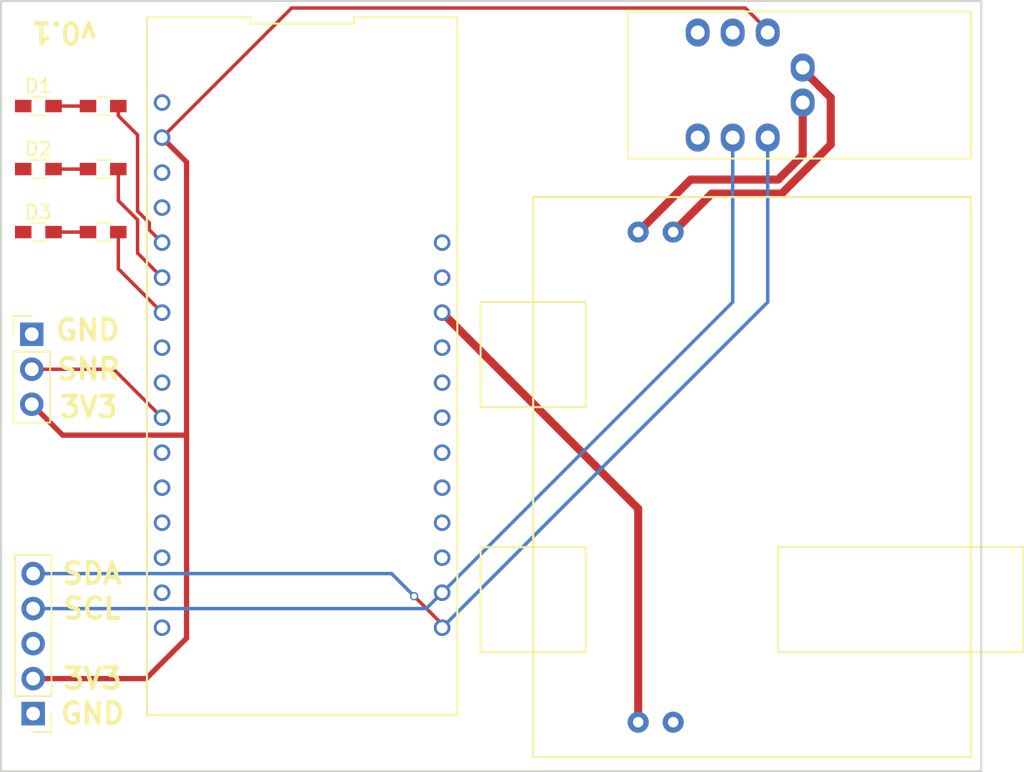
<source format=kicad_pcb>
(kicad_pcb (version 4) (host pcbnew 4.0.5)

  (general
    (links 24)
    (no_connects 12)
    (area 182.804999 71.044999 254.075001 127.075001)
    (thickness 1.6)
    (drawings 12)
    (tracks 53)
    (zones 0)
    (modules 11)
    (nets 15)
  )

  (page A4)
  (layers
    (0 F.Cu signal)
    (31 B.Cu signal)
    (32 B.Adhes user)
    (33 F.Adhes user)
    (34 B.Paste user)
    (35 F.Paste user)
    (36 B.SilkS user)
    (37 F.SilkS user)
    (38 B.Mask user)
    (39 F.Mask user)
    (40 Dwgs.User user)
    (41 Cmts.User user)
    (42 Eco1.User user)
    (43 Eco2.User user)
    (44 Edge.Cuts user)
    (45 Margin user)
    (46 B.CrtYd user)
    (47 F.CrtYd user)
    (48 B.Fab user)
    (49 F.Fab user)
  )

  (setup
    (last_trace_width 0.25)
    (user_trace_width 0.203)
    (user_trace_width 0.381)
    (user_trace_width 0.587)
    (trace_clearance 0.2)
    (zone_clearance 0.508)
    (zone_45_only no)
    (trace_min 0.2)
    (segment_width 0.2)
    (edge_width 0.15)
    (via_size 0.6)
    (via_drill 0.4)
    (via_min_size 0.4)
    (via_min_drill 0.3)
    (uvia_size 0.3)
    (uvia_drill 0.1)
    (uvias_allowed no)
    (uvia_min_size 0.2)
    (uvia_min_drill 0.1)
    (pcb_text_width 0.3)
    (pcb_text_size 1.5 1.5)
    (mod_edge_width 0.15)
    (mod_text_size 1 1)
    (mod_text_width 0.15)
    (pad_size 1.524 1.524)
    (pad_drill 0.762)
    (pad_to_mask_clearance 0.2)
    (aux_axis_origin 0 0)
    (visible_elements 7FFFFFFF)
    (pcbplotparams
      (layerselection 0x00030_80000001)
      (usegerberextensions false)
      (excludeedgelayer true)
      (linewidth 0.100000)
      (plotframeref false)
      (viasonmask false)
      (mode 1)
      (useauxorigin false)
      (hpglpennumber 1)
      (hpglpenspeed 20)
      (hpglpendiameter 15)
      (hpglpenoverlay 2)
      (psnegative false)
      (psa4output false)
      (plotreference true)
      (plotvalue true)
      (plotinvisibletext false)
      (padsonsilk false)
      (subtractmaskfromsilk false)
      (outputformat 1)
      (mirror false)
      (drillshape 0)
      (scaleselection 1)
      (outputdirectory ""))
  )

  (net 0 "")
  (net 1 GND)
  (net 2 +3V3)
  (net 3 /SCL)
  (net 4 /SDA)
  (net 5 "Net-(D1-Pad2)")
  (net 6 "Net-(D2-Pad2)")
  (net 7 "Net-(D3-Pad2)")
  (net 8 "Net-(R1-Pad1)")
  (net 9 "Net-(R2-Pad1)")
  (net 10 "Net-(R3-Pad1)")
  (net 11 /VLOAD)
  (net 12 /B+)
  (net 13 /B-)
  (net 14 /SONAR)

  (net_class Default "This is the default net class."
    (clearance 0.2)
    (trace_width 0.25)
    (via_dia 0.6)
    (via_drill 0.4)
    (uvia_dia 0.3)
    (uvia_drill 0.1)
    (add_net +3V3)
    (add_net /B+)
    (add_net /B-)
    (add_net /SCL)
    (add_net /SDA)
    (add_net /SONAR)
    (add_net /VLOAD)
    (add_net GND)
    (add_net "Net-(D1-Pad2)")
    (add_net "Net-(D2-Pad2)")
    (add_net "Net-(D3-Pad2)")
    (add_net "Net-(R1-Pad1)")
    (add_net "Net-(R2-Pad1)")
    (add_net "Net-(R3-Pad1)")
  )

  (module conservify:feather (layer F.Cu) (tedit 58C6AE27) (tstamp 58C69DAC)
    (at 204.724 97.536 270)
    (path /5887CF41)
    (fp_text reference U2 (at -24.57 0 360) (layer F.SilkS) hide
      (effects (font (size 1.2 1.2) (thickness 0.15)))
    )
    (fp_text value FEATHER (at 0 0 270) (layer F.Fab) hide
      (effects (font (size 1.2 1.2) (thickness 0.15)))
    )
    (fp_line (start -25.23 11.26) (end 25.4 11.26) (layer F.SilkS) (width 0.15))
    (fp_line (start 25.4 -11.26) (end -25.23 -11.26) (layer F.SilkS) (width 0.15))
    (fp_line (start 25.4 11.26) (end 25.4 -11.26) (layer F.SilkS) (width 0.15))
    (fp_line (start -25.23 -11.26) (end -25.23 -3.753333) (layer F.SilkS) (width 0.15))
    (fp_line (start -25.23 -3.753333) (end -24.78 -3.753333) (layer F.SilkS) (width 0.15))
    (fp_line (start -24.78 -3.753333) (end -24.78 3.753333) (layer F.SilkS) (width 0.15))
    (fp_line (start -24.78 3.753333) (end -25.23 3.753333) (layer F.SilkS) (width 0.15))
    (fp_line (start -25.23 3.753333) (end -25.23 11.26) (layer F.SilkS) (width 0.15))
    (pad 1 thru_hole circle (at -19.05 10.16 270) (size 1.2 1.2) (drill 0.8) (layers *.Cu *.Mask))
    (pad 2 thru_hole circle (at -16.51 10.16 270) (size 1.2 1.2) (drill 0.8) (layers *.Cu *.Mask)
      (net 2 +3V3))
    (pad 3 thru_hole circle (at -13.97 10.16 270) (size 1.2 1.2) (drill 0.8) (layers *.Cu *.Mask))
    (pad 4 thru_hole circle (at -11.43 10.16 270) (size 1.2 1.2) (drill 0.8) (layers *.Cu *.Mask)
      (net 1 GND))
    (pad 28 thru_hole circle (at -8.89 -10.16 270) (size 1.2 1.2) (drill 0.8) (layers *.Cu *.Mask))
    (pad 5 thru_hole circle (at -8.89 10.16 270) (size 1.2 1.2) (drill 0.8) (layers *.Cu *.Mask)
      (net 8 "Net-(R1-Pad1)"))
    (pad 27 thru_hole circle (at -6.35 -10.16 270) (size 1.2 1.2) (drill 0.8) (layers *.Cu *.Mask))
    (pad 6 thru_hole circle (at -6.35 10.16 270) (size 1.2 1.2) (drill 0.8) (layers *.Cu *.Mask)
      (net 9 "Net-(R2-Pad1)"))
    (pad 26 thru_hole circle (at -3.81 -10.16 270) (size 1.2 1.2) (drill 0.8) (layers *.Cu *.Mask)
      (net 11 /VLOAD))
    (pad 7 thru_hole circle (at -3.81 10.16 270) (size 1.2 1.2) (drill 0.8) (layers *.Cu *.Mask)
      (net 10 "Net-(R3-Pad1)"))
    (pad 25 thru_hole circle (at -1.27 -10.16 270) (size 1.2 1.2) (drill 0.8) (layers *.Cu *.Mask))
    (pad 8 thru_hole circle (at -1.27 10.16 270) (size 1.2 1.2) (drill 0.8) (layers *.Cu *.Mask))
    (pad 24 thru_hole circle (at 1.27 -10.16 270) (size 1.2 1.2) (drill 0.8) (layers *.Cu *.Mask))
    (pad 9 thru_hole circle (at 1.27 10.16 270) (size 1.2 1.2) (drill 0.8) (layers *.Cu *.Mask))
    (pad 23 thru_hole circle (at 3.81 -10.16 270) (size 1.2 1.2) (drill 0.8) (layers *.Cu *.Mask))
    (pad 10 thru_hole circle (at 3.81 10.16 270) (size 1.2 1.2) (drill 0.8) (layers *.Cu *.Mask)
      (net 14 /SONAR))
    (pad 22 thru_hole circle (at 6.35 -10.16 270) (size 1.2 1.2) (drill 0.8) (layers *.Cu *.Mask))
    (pad 11 thru_hole circle (at 6.35 10.16 270) (size 1.2 1.2) (drill 0.8) (layers *.Cu *.Mask))
    (pad 21 thru_hole circle (at 8.89 -10.16 270) (size 1.2 1.2) (drill 0.8) (layers *.Cu *.Mask))
    (pad 12 thru_hole circle (at 8.89 10.16 270) (size 1.2 1.2) (drill 0.8) (layers *.Cu *.Mask))
    (pad 20 thru_hole circle (at 11.43 -10.16 270) (size 1.2 1.2) (drill 0.8) (layers *.Cu *.Mask))
    (pad 13 thru_hole circle (at 11.43 10.16 270) (size 1.2 1.2) (drill 0.8) (layers *.Cu *.Mask))
    (pad 19 thru_hole circle (at 13.97 -10.16 270) (size 1.2 1.2) (drill 0.8) (layers *.Cu *.Mask))
    (pad 14 thru_hole circle (at 13.97 10.16 270) (size 1.2 1.2) (drill 0.8) (layers *.Cu *.Mask))
    (pad 18 thru_hole circle (at 16.51 -10.16 270) (size 1.2 1.2) (drill 0.8) (layers *.Cu *.Mask)
      (net 3 /SCL))
    (pad 15 thru_hole circle (at 16.51 10.16 270) (size 1.2 1.2) (drill 0.8) (layers *.Cu *.Mask))
    (pad 17 thru_hole circle (at 19.05 -10.16 270) (size 1.2 1.2) (drill 0.8) (layers *.Cu *.Mask)
      (net 4 /SDA))
    (pad 16 thru_hole circle (at 19.05 10.16 270) (size 1.2 1.2) (drill 0.8) (layers *.Cu *.Mask))
  )

  (module Resistors_SMD:R_0603_HandSoldering (layer F.Cu) (tedit 58C6AF07) (tstamp 58C6AB83)
    (at 185.58939 78.74)
    (descr "Resistor SMD 0603, hand soldering")
    (tags "resistor 0603")
    (path /58C6B2BA)
    (attr smd)
    (fp_text reference D1 (at 0 -1.45) (layer F.SilkS)
      (effects (font (size 1 1) (thickness 0.15)))
    )
    (fp_text value LED (at 0 1.55) (layer F.Fab) hide
      (effects (font (size 1 1) (thickness 0.15)))
    )
    (fp_text user %R (at 0 -1.45) (layer F.Fab) hide
      (effects (font (size 1 1) (thickness 0.15)))
    )
    (fp_line (start -0.8 0.4) (end -0.8 -0.4) (layer F.Fab) (width 0.1))
    (fp_line (start 0.8 0.4) (end -0.8 0.4) (layer F.Fab) (width 0.1))
    (fp_line (start 0.8 -0.4) (end 0.8 0.4) (layer F.Fab) (width 0.1))
    (fp_line (start -0.8 -0.4) (end 0.8 -0.4) (layer F.Fab) (width 0.1))
    (fp_line (start 0.5 0.68) (end -0.5 0.68) (layer F.SilkS) (width 0.12))
    (fp_line (start -0.5 -0.68) (end 0.5 -0.68) (layer F.SilkS) (width 0.12))
    (fp_line (start -1.96 -0.7) (end 1.95 -0.7) (layer F.CrtYd) (width 0.05))
    (fp_line (start -1.96 -0.7) (end -1.96 0.7) (layer F.CrtYd) (width 0.05))
    (fp_line (start 1.95 0.7) (end 1.95 -0.7) (layer F.CrtYd) (width 0.05))
    (fp_line (start 1.95 0.7) (end -1.96 0.7) (layer F.CrtYd) (width 0.05))
    (pad 1 smd rect (at -1.1 0) (size 1.2 0.9) (layers F.Cu F.Paste F.Mask)
      (net 1 GND))
    (pad 2 smd rect (at 1.1 0) (size 1.2 0.9) (layers F.Cu F.Paste F.Mask)
      (net 5 "Net-(D1-Pad2)"))
    (model Resistors_SMD.3dshapes/R_0603.wrl
      (at (xyz 0 0 0))
      (scale (xyz 1 1 1))
      (rotate (xyz 0 0 0))
    )
  )

  (module Resistors_SMD:R_0603_HandSoldering (layer F.Cu) (tedit 58C6AF03) (tstamp 58C6AB89)
    (at 185.58939 83.312)
    (descr "Resistor SMD 0603, hand soldering")
    (tags "resistor 0603")
    (path /58C6B35B)
    (attr smd)
    (fp_text reference D2 (at 0 -1.45) (layer F.SilkS)
      (effects (font (size 1 1) (thickness 0.15)))
    )
    (fp_text value LED (at 0 1.55) (layer F.Fab) hide
      (effects (font (size 1 1) (thickness 0.15)))
    )
    (fp_text user %R (at 0 -1.45) (layer F.Fab) hide
      (effects (font (size 1 1) (thickness 0.15)))
    )
    (fp_line (start -0.8 0.4) (end -0.8 -0.4) (layer F.Fab) (width 0.1))
    (fp_line (start 0.8 0.4) (end -0.8 0.4) (layer F.Fab) (width 0.1))
    (fp_line (start 0.8 -0.4) (end 0.8 0.4) (layer F.Fab) (width 0.1))
    (fp_line (start -0.8 -0.4) (end 0.8 -0.4) (layer F.Fab) (width 0.1))
    (fp_line (start 0.5 0.68) (end -0.5 0.68) (layer F.SilkS) (width 0.12))
    (fp_line (start -0.5 -0.68) (end 0.5 -0.68) (layer F.SilkS) (width 0.12))
    (fp_line (start -1.96 -0.7) (end 1.95 -0.7) (layer F.CrtYd) (width 0.05))
    (fp_line (start -1.96 -0.7) (end -1.96 0.7) (layer F.CrtYd) (width 0.05))
    (fp_line (start 1.95 0.7) (end 1.95 -0.7) (layer F.CrtYd) (width 0.05))
    (fp_line (start 1.95 0.7) (end -1.96 0.7) (layer F.CrtYd) (width 0.05))
    (pad 1 smd rect (at -1.1 0) (size 1.2 0.9) (layers F.Cu F.Paste F.Mask)
      (net 1 GND))
    (pad 2 smd rect (at 1.1 0) (size 1.2 0.9) (layers F.Cu F.Paste F.Mask)
      (net 6 "Net-(D2-Pad2)"))
    (model Resistors_SMD.3dshapes/R_0603.wrl
      (at (xyz 0 0 0))
      (scale (xyz 1 1 1))
      (rotate (xyz 0 0 0))
    )
  )

  (module Resistors_SMD:R_0603_HandSoldering (layer F.Cu) (tedit 58C6AEFE) (tstamp 58C6AB8F)
    (at 185.59 87.884)
    (descr "Resistor SMD 0603, hand soldering")
    (tags "resistor 0603")
    (path /58C6B3A5)
    (attr smd)
    (fp_text reference D3 (at 0 -1.45) (layer F.SilkS)
      (effects (font (size 1 1) (thickness 0.15)))
    )
    (fp_text value LED (at 0 1.55) (layer F.Fab) hide
      (effects (font (size 1 1) (thickness 0.15)))
    )
    (fp_text user %R (at 0 -1.45) (layer F.Fab) hide
      (effects (font (size 1 1) (thickness 0.15)))
    )
    (fp_line (start -0.8 0.4) (end -0.8 -0.4) (layer F.Fab) (width 0.1))
    (fp_line (start 0.8 0.4) (end -0.8 0.4) (layer F.Fab) (width 0.1))
    (fp_line (start 0.8 -0.4) (end 0.8 0.4) (layer F.Fab) (width 0.1))
    (fp_line (start -0.8 -0.4) (end 0.8 -0.4) (layer F.Fab) (width 0.1))
    (fp_line (start 0.5 0.68) (end -0.5 0.68) (layer F.SilkS) (width 0.12))
    (fp_line (start -0.5 -0.68) (end 0.5 -0.68) (layer F.SilkS) (width 0.12))
    (fp_line (start -1.96 -0.7) (end 1.95 -0.7) (layer F.CrtYd) (width 0.05))
    (fp_line (start -1.96 -0.7) (end -1.96 0.7) (layer F.CrtYd) (width 0.05))
    (fp_line (start 1.95 0.7) (end 1.95 -0.7) (layer F.CrtYd) (width 0.05))
    (fp_line (start 1.95 0.7) (end -1.96 0.7) (layer F.CrtYd) (width 0.05))
    (pad 1 smd rect (at -1.1 0) (size 1.2 0.9) (layers F.Cu F.Paste F.Mask)
      (net 1 GND))
    (pad 2 smd rect (at 1.1 0) (size 1.2 0.9) (layers F.Cu F.Paste F.Mask)
      (net 7 "Net-(D3-Pad2)"))
    (model Resistors_SMD.3dshapes/R_0603.wrl
      (at (xyz 0 0 0))
      (scale (xyz 1 1 1))
      (rotate (xyz 0 0 0))
    )
  )

  (module Resistors_SMD:R_0603_HandSoldering (layer F.Cu) (tedit 58C6AEF2) (tstamp 58C6AB95)
    (at 190.28939 78.74 180)
    (descr "Resistor SMD 0603, hand soldering")
    (tags "resistor 0603")
    (path /58C6B1BA)
    (attr smd)
    (fp_text reference R1 (at 0 -1.45 180) (layer F.SilkS) hide
      (effects (font (size 1 1) (thickness 0.15)))
    )
    (fp_text value R (at 0 1.55 180) (layer F.Fab)
      (effects (font (size 1 1) (thickness 0.15)))
    )
    (fp_text user %R (at 0 -1.45 180) (layer F.Fab) hide
      (effects (font (size 1 1) (thickness 0.15)))
    )
    (fp_line (start -0.8 0.4) (end -0.8 -0.4) (layer F.Fab) (width 0.1))
    (fp_line (start 0.8 0.4) (end -0.8 0.4) (layer F.Fab) (width 0.1))
    (fp_line (start 0.8 -0.4) (end 0.8 0.4) (layer F.Fab) (width 0.1))
    (fp_line (start -0.8 -0.4) (end 0.8 -0.4) (layer F.Fab) (width 0.1))
    (fp_line (start 0.5 0.68) (end -0.5 0.68) (layer F.SilkS) (width 0.12))
    (fp_line (start -0.5 -0.68) (end 0.5 -0.68) (layer F.SilkS) (width 0.12))
    (fp_line (start -1.96 -0.7) (end 1.95 -0.7) (layer F.CrtYd) (width 0.05))
    (fp_line (start -1.96 -0.7) (end -1.96 0.7) (layer F.CrtYd) (width 0.05))
    (fp_line (start 1.95 0.7) (end 1.95 -0.7) (layer F.CrtYd) (width 0.05))
    (fp_line (start 1.95 0.7) (end -1.96 0.7) (layer F.CrtYd) (width 0.05))
    (pad 1 smd rect (at -1.1 0 180) (size 1.2 0.9) (layers F.Cu F.Paste F.Mask)
      (net 8 "Net-(R1-Pad1)"))
    (pad 2 smd rect (at 1.1 0 180) (size 1.2 0.9) (layers F.Cu F.Paste F.Mask)
      (net 5 "Net-(D1-Pad2)"))
    (model Resistors_SMD.3dshapes/R_0603.wrl
      (at (xyz 0 0 0))
      (scale (xyz 1 1 1))
      (rotate (xyz 0 0 0))
    )
  )

  (module Resistors_SMD:R_0603_HandSoldering (layer F.Cu) (tedit 58C6AE62) (tstamp 58C6AB9B)
    (at 190.28939 83.312 180)
    (descr "Resistor SMD 0603, hand soldering")
    (tags "resistor 0603")
    (path /58C6B243)
    (attr smd)
    (fp_text reference R2 (at 0 -1.45 180) (layer F.SilkS) hide
      (effects (font (size 1 1) (thickness 0.15)))
    )
    (fp_text value R (at 0 1.55 180) (layer F.Fab)
      (effects (font (size 1 1) (thickness 0.15)))
    )
    (fp_text user %R (at 0 -1.45 180) (layer F.Fab) hide
      (effects (font (size 1 1) (thickness 0.15)))
    )
    (fp_line (start -0.8 0.4) (end -0.8 -0.4) (layer F.Fab) (width 0.1))
    (fp_line (start 0.8 0.4) (end -0.8 0.4) (layer F.Fab) (width 0.1))
    (fp_line (start 0.8 -0.4) (end 0.8 0.4) (layer F.Fab) (width 0.1))
    (fp_line (start -0.8 -0.4) (end 0.8 -0.4) (layer F.Fab) (width 0.1))
    (fp_line (start 0.5 0.68) (end -0.5 0.68) (layer F.SilkS) (width 0.12))
    (fp_line (start -0.5 -0.68) (end 0.5 -0.68) (layer F.SilkS) (width 0.12))
    (fp_line (start -1.96 -0.7) (end 1.95 -0.7) (layer F.CrtYd) (width 0.05))
    (fp_line (start -1.96 -0.7) (end -1.96 0.7) (layer F.CrtYd) (width 0.05))
    (fp_line (start 1.95 0.7) (end 1.95 -0.7) (layer F.CrtYd) (width 0.05))
    (fp_line (start 1.95 0.7) (end -1.96 0.7) (layer F.CrtYd) (width 0.05))
    (pad 1 smd rect (at -1.1 0 180) (size 1.2 0.9) (layers F.Cu F.Paste F.Mask)
      (net 9 "Net-(R2-Pad1)"))
    (pad 2 smd rect (at 1.1 0 180) (size 1.2 0.9) (layers F.Cu F.Paste F.Mask)
      (net 6 "Net-(D2-Pad2)"))
    (model Resistors_SMD.3dshapes/R_0603.wrl
      (at (xyz 0 0 0))
      (scale (xyz 1 1 1))
      (rotate (xyz 0 0 0))
    )
  )

  (module Resistors_SMD:R_0603_HandSoldering (layer F.Cu) (tedit 58C6AEF6) (tstamp 58C6ABA1)
    (at 190.289 87.884 180)
    (descr "Resistor SMD 0603, hand soldering")
    (tags "resistor 0603")
    (path /58C6B284)
    (attr smd)
    (fp_text reference R3 (at 0 -1.45 180) (layer F.SilkS) hide
      (effects (font (size 1 1) (thickness 0.15)))
    )
    (fp_text value R (at 0 1.55 180) (layer F.Fab) hide
      (effects (font (size 1 1) (thickness 0.15)))
    )
    (fp_text user %R (at 0 -1.45 180) (layer F.Fab) hide
      (effects (font (size 1 1) (thickness 0.15)))
    )
    (fp_line (start -0.8 0.4) (end -0.8 -0.4) (layer F.Fab) (width 0.1))
    (fp_line (start 0.8 0.4) (end -0.8 0.4) (layer F.Fab) (width 0.1))
    (fp_line (start 0.8 -0.4) (end 0.8 0.4) (layer F.Fab) (width 0.1))
    (fp_line (start -0.8 -0.4) (end 0.8 -0.4) (layer F.Fab) (width 0.1))
    (fp_line (start 0.5 0.68) (end -0.5 0.68) (layer F.SilkS) (width 0.12))
    (fp_line (start -0.5 -0.68) (end 0.5 -0.68) (layer F.SilkS) (width 0.12))
    (fp_line (start -1.96 -0.7) (end 1.95 -0.7) (layer F.CrtYd) (width 0.05))
    (fp_line (start -1.96 -0.7) (end -1.96 0.7) (layer F.CrtYd) (width 0.05))
    (fp_line (start 1.95 0.7) (end 1.95 -0.7) (layer F.CrtYd) (width 0.05))
    (fp_line (start 1.95 0.7) (end -1.96 0.7) (layer F.CrtYd) (width 0.05))
    (pad 1 smd rect (at -1.1 0 180) (size 1.2 0.9) (layers F.Cu F.Paste F.Mask)
      (net 10 "Net-(R3-Pad1)"))
    (pad 2 smd rect (at 1.1 0 180) (size 1.2 0.9) (layers F.Cu F.Paste F.Mask)
      (net 7 "Net-(D3-Pad2)"))
    (model Resistors_SMD.3dshapes/R_0603.wrl
      (at (xyz 0 0 0))
      (scale (xyz 1 1 1))
      (rotate (xyz 0 0 0))
    )
  )

  (module conservify:adafruit-solar-charger (layer F.Cu) (tedit 58D97C05) (tstamp 58D406F1)
    (at 239.268 105.664)
    (path /58D404A5)
    (fp_text reference U8 (at 0 -7.12) (layer F.SilkS) hide
      (effects (font (size 1 1) (thickness 0.15)))
    )
    (fp_text value adafruit-solar-charger (at 0 -0.5) (layer F.Fab)
      (effects (font (size 1 1) (thickness 0.15)))
    )
    (fp_line (start -21.59 -12.7) (end -13.97 -12.7) (layer F.SilkS) (width 0.15))
    (fp_line (start -21.59 -5.08) (end -21.59 -12.7) (layer F.SilkS) (width 0.15))
    (fp_line (start -13.97 -5.08) (end -21.59 -5.08) (layer F.SilkS) (width 0.15))
    (fp_line (start -13.97 -12.7) (end -13.97 -5.08) (layer F.SilkS) (width 0.15))
    (fp_line (start -13.97 5.08) (end -13.97 12.7) (layer F.SilkS) (width 0.15))
    (fp_line (start -21.59 5.08) (end -13.97 5.08) (layer F.SilkS) (width 0.15))
    (fp_line (start -21.59 12.7) (end -21.59 5.08) (layer F.SilkS) (width 0.15))
    (fp_line (start -13.97 12.7) (end -21.59 12.7) (layer F.SilkS) (width 0.15))
    (fp_line (start 0 5.08) (end 0 12.7) (layer F.SilkS) (width 0.15))
    (fp_line (start 17.78 5.08) (end 0 5.08) (layer F.SilkS) (width 0.15))
    (fp_line (start 17.78 12.7) (end 17.78 5.08) (layer F.SilkS) (width 0.15))
    (fp_line (start 0 12.7) (end 17.78 12.7) (layer F.SilkS) (width 0.15))
    (fp_line (start -17.78 20.32) (end -17.78 -20.32) (layer F.SilkS) (width 0.15))
    (fp_line (start 13.97 20.32) (end -17.78 20.32) (layer F.SilkS) (width 0.15))
    (fp_line (start 13.97 -20.32) (end 13.97 20.32) (layer F.SilkS) (width 0.15))
    (fp_line (start -17.78 -20.32) (end 13.97 -20.32) (layer F.SilkS) (width 0.15))
    (pad 1 thru_hole circle (at -10.16 -17.78) (size 1.524 1.524) (drill 0.762) (layers *.Cu *.Mask)
      (net 12 /B+))
    (pad 2 thru_hole circle (at -7.62 -17.78) (size 1.524 1.524) (drill 0.762) (layers *.Cu *.Mask)
      (net 13 /B-))
    (pad 3 thru_hole circle (at -7.62 17.78) (size 1.524 1.524) (drill 0.762) (layers *.Cu *.Mask)
      (net 1 GND))
    (pad 4 thru_hole circle (at -10.16 17.78) (size 1.524 1.524) (drill 0.762) (layers *.Cu *.Mask)
      (net 11 /VLOAD))
  )

  (module Socket_Strips:Socket_Strip_Straight_1x05_Pitch2.54mm (layer F.Cu) (tedit 58D4217D) (tstamp 58D41874)
    (at 185.209906 122.82104 180)
    (descr "Through hole straight socket strip, 1x05, 2.54mm pitch, single row")
    (tags "Through hole socket strip THT 1x05 2.54mm single row")
    (path /58C6A512)
    (fp_text reference P1 (at 0 -2.33 180) (layer F.SilkS) hide
      (effects (font (size 1 1) (thickness 0.15)))
    )
    (fp_text value CONN_01X05 (at -0.972094 4.20304 270) (layer F.Fab) hide
      (effects (font (size 1 1) (thickness 0.15)))
    )
    (fp_line (start -1.27 -1.27) (end -1.27 11.43) (layer F.Fab) (width 0.1))
    (fp_line (start -1.27 11.43) (end 1.27 11.43) (layer F.Fab) (width 0.1))
    (fp_line (start 1.27 11.43) (end 1.27 -1.27) (layer F.Fab) (width 0.1))
    (fp_line (start 1.27 -1.27) (end -1.27 -1.27) (layer F.Fab) (width 0.1))
    (fp_line (start -1.33 1.27) (end -1.33 11.49) (layer F.SilkS) (width 0.12))
    (fp_line (start -1.33 11.49) (end 1.33 11.49) (layer F.SilkS) (width 0.12))
    (fp_line (start 1.33 11.49) (end 1.33 1.27) (layer F.SilkS) (width 0.12))
    (fp_line (start 1.33 1.27) (end -1.33 1.27) (layer F.SilkS) (width 0.12))
    (fp_line (start -1.33 0) (end -1.33 -1.33) (layer F.SilkS) (width 0.12))
    (fp_line (start -1.33 -1.33) (end 0 -1.33) (layer F.SilkS) (width 0.12))
    (fp_line (start -1.8 -1.8) (end -1.8 11.95) (layer F.CrtYd) (width 0.05))
    (fp_line (start -1.8 11.95) (end 1.8 11.95) (layer F.CrtYd) (width 0.05))
    (fp_line (start 1.8 11.95) (end 1.8 -1.8) (layer F.CrtYd) (width 0.05))
    (fp_line (start 1.8 -1.8) (end -1.8 -1.8) (layer F.CrtYd) (width 0.05))
    (fp_text user %R (at 0 -2.33 180) (layer F.Fab)
      (effects (font (size 1 1) (thickness 0.15)))
    )
    (pad 1 thru_hole rect (at 0 0 180) (size 1.7 1.7) (drill 1) (layers *.Cu *.Mask)
      (net 1 GND))
    (pad 2 thru_hole oval (at 0 2.54 180) (size 1.7 1.7) (drill 1) (layers *.Cu *.Mask)
      (net 2 +3V3))
    (pad 3 thru_hole oval (at 0 5.08 180) (size 1.7 1.7) (drill 1) (layers *.Cu *.Mask))
    (pad 4 thru_hole oval (at 0 7.62 180) (size 1.7 1.7) (drill 1) (layers *.Cu *.Mask)
      (net 3 /SCL))
    (pad 5 thru_hole oval (at 0 10.16 180) (size 1.7 1.7) (drill 1) (layers *.Cu *.Mask)
      (net 4 /SDA))
    (model ${KISYS3DMOD}/Socket_Strips.3dshapes/Socket_Strip_Straight_1x05_Pitch2.54mm.wrl
      (at (xyz 0 -0.2 0))
      (scale (xyz 1 1 1))
      (rotate (xyz 0 0 270))
    )
  )

  (module Socket_Strips:Socket_Strip_Straight_1x03_Pitch2.54mm (layer F.Cu) (tedit 58D42180) (tstamp 58D41884)
    (at 185.109818 95.294706)
    (descr "Through hole straight socket strip, 1x03, 2.54mm pitch, single row")
    (tags "Through hole socket strip THT 1x03 2.54mm single row")
    (path /58C937E5)
    (fp_text reference P7 (at 0 -2.33) (layer F.SilkS) hide
      (effects (font (size 1 1) (thickness 0.15)))
    )
    (fp_text value CONN_01X03 (at 1.326182 2.495294 90) (layer F.Fab) hide
      (effects (font (size 1 1) (thickness 0.15)))
    )
    (fp_line (start -1.27 -1.27) (end -1.27 6.35) (layer F.Fab) (width 0.1))
    (fp_line (start -1.27 6.35) (end 1.27 6.35) (layer F.Fab) (width 0.1))
    (fp_line (start 1.27 6.35) (end 1.27 -1.27) (layer F.Fab) (width 0.1))
    (fp_line (start 1.27 -1.27) (end -1.27 -1.27) (layer F.Fab) (width 0.1))
    (fp_line (start -1.33 1.27) (end -1.33 6.41) (layer F.SilkS) (width 0.12))
    (fp_line (start -1.33 6.41) (end 1.33 6.41) (layer F.SilkS) (width 0.12))
    (fp_line (start 1.33 6.41) (end 1.33 1.27) (layer F.SilkS) (width 0.12))
    (fp_line (start 1.33 1.27) (end -1.33 1.27) (layer F.SilkS) (width 0.12))
    (fp_line (start -1.33 0) (end -1.33 -1.33) (layer F.SilkS) (width 0.12))
    (fp_line (start -1.33 -1.33) (end 0 -1.33) (layer F.SilkS) (width 0.12))
    (fp_line (start -1.8 -1.8) (end -1.8 6.85) (layer F.CrtYd) (width 0.05))
    (fp_line (start -1.8 6.85) (end 1.8 6.85) (layer F.CrtYd) (width 0.05))
    (fp_line (start 1.8 6.85) (end 1.8 -1.8) (layer F.CrtYd) (width 0.05))
    (fp_line (start 1.8 -1.8) (end -1.8 -1.8) (layer F.CrtYd) (width 0.05))
    (fp_text user %R (at 0 -2.33) (layer F.Fab)
      (effects (font (size 1 1) (thickness 0.15)))
    )
    (pad 1 thru_hole rect (at 0 0) (size 1.7 1.7) (drill 1) (layers *.Cu *.Mask)
      (net 1 GND))
    (pad 2 thru_hole oval (at 0 2.54) (size 1.7 1.7) (drill 1) (layers *.Cu *.Mask)
      (net 14 /SONAR))
    (pad 3 thru_hole oval (at 0 5.08) (size 1.7 1.7) (drill 1) (layers *.Cu *.Mask)
      (net 2 +3V3))
    (model ${KISYS3DMOD}/Socket_Strips.3dshapes/Socket_Strip_Straight_1x03_Pitch2.54mm.wrl
      (at (xyz 0 -0.1 0))
      (scale (xyz 1 1 1))
      (rotate (xyz 0 0 270))
    )
  )

  (module conservify:fuelgauge (layer F.Cu) (tedit 58D97C02) (tstamp 58D41A20)
    (at 241.046 81.026 180)
    (descr "Through hole socket strip")
    (tags "socket strip")
    (path /58D40566)
    (fp_text reference U9 (at 4.572 2.286 180) (layer F.SilkS) hide
      (effects (font (size 1 1) (thickness 0.15)))
    )
    (fp_text value FUELGUAGE (at -6.096 3.556 180) (layer F.Fab)
      (effects (font (size 1 1) (thickness 0.15)))
    )
    (fp_line (start -12.192 9.144) (end -12.192 -1.524) (layer F.SilkS) (width 0.15))
    (fp_line (start 12.7 9.144) (end -12.192 9.144) (layer F.SilkS) (width 0.15))
    (fp_line (start 12.7 -1.524) (end 12.7 9.144) (layer F.SilkS) (width 0.15))
    (fp_line (start -12.192 -1.524) (end 12.7 -1.524) (layer F.SilkS) (width 0.15))
    (fp_line (start -12.418 -1.75) (end -12.446 9.398) (layer F.CrtYd) (width 0.05))
    (fp_line (start 12.954 -1.778) (end 12.952 9.37) (layer F.CrtYd) (width 0.05))
    (fp_line (start -12.446 -1.778) (end 12.954 -1.778) (layer F.CrtYd) (width 0.05))
    (fp_line (start -12.446 9.398) (end 12.954 9.398) (layer F.CrtYd) (width 0.05))
    (pad 8 thru_hole oval (at 2.54 0 180) (size 1.7272 2.032) (drill 1.016) (layers *.Cu *.Mask)
      (net 4 /SDA))
    (pad 7 thru_hole oval (at 5.08 0 180) (size 1.7272 2.032) (drill 1.016) (layers *.Cu *.Mask)
      (net 3 /SCL))
    (pad 6 thru_hole oval (at 7.62 0 180) (size 1.7272 2.032) (drill 1.016) (layers *.Cu *.Mask))
    (pad 1 thru_hole oval (at 0 2.54 180) (size 1.7272 2.032) (drill 1.016) (layers *.Cu *.Mask)
      (net 12 /B+))
    (pad 2 thru_hole oval (at 0 5.08 180) (size 1.7272 2.032) (drill 1.016) (layers *.Cu *.Mask)
      (net 13 /B-))
    (pad 3 thru_hole oval (at 2.54 7.62 180) (size 1.7272 2.032) (drill 1.016) (layers *.Cu *.Mask)
      (net 2 +3V3))
    (pad 4 thru_hole oval (at 5.08 7.62 180) (size 1.7272 2.032) (drill 1.016) (layers *.Cu *.Mask)
      (net 1 GND))
    (pad 5 thru_hole oval (at 7.62 7.62 180) (size 1.7272 2.032) (drill 1.016) (layers *.Cu *.Mask))
  )

  (gr_text "SNR\n" (at 189.23 97.834706 360) (layer F.SilkS) (tstamp 58D4221E)
    (effects (font (size 1.5 1.5) (thickness 0.3)))
  )
  (gr_text 3V3 (at 189.23 100.584 360) (layer F.SilkS) (tstamp 58D42219)
    (effects (font (size 1.5 1.5) (thickness 0.3)))
  )
  (gr_text SDA (at 189.484 112.66104 360) (layer F.SilkS) (tstamp 58D421FD)
    (effects (font (size 1.5 1.5) (thickness 0.3)))
  )
  (gr_text SCL (at 189.484 115.20104 360) (layer F.SilkS) (tstamp 58D421F7)
    (effects (font (size 1.5 1.5) (thickness 0.3)))
  )
  (gr_text 3V3 (at 189.527906 120.28104 360) (layer F.SilkS) (tstamp 58D421F3)
    (effects (font (size 1.5 1.5) (thickness 0.3)))
  )
  (gr_text GND (at 189.173818 94.996 360) (layer F.SilkS) (tstamp 58D421B6)
    (effects (font (size 1.5 1.5) (thickness 0.3)))
  )
  (gr_text GND (at 189.527906 122.82104 360) (layer F.SilkS)
    (effects (font (size 1.5 1.5) (thickness 0.3)))
  )
  (gr_line (start 182.88 127) (end 182.88 71.12) (layer Edge.Cuts) (width 0.15))
  (gr_line (start 254 127) (end 182.88 127) (layer Edge.Cuts) (width 0.15))
  (gr_line (start 254 71.12) (end 254 127) (layer Edge.Cuts) (width 0.15))
  (gr_line (start 182.88 71.12) (end 254 71.12) (layer Edge.Cuts) (width 0.15))
  (gr_text v0.1 (at 187.452 73.406 180) (layer F.SilkS)
    (effects (font (size 1.5 1.5) (thickness 0.3)))
  )

  (segment (start 236.8804 71.628) (end 203.962 71.628) (width 0.25) (layer F.Cu) (net 2))
  (segment (start 203.962 71.628) (end 194.564 81.026) (width 0.25) (layer F.Cu) (net 2))
  (segment (start 238.506 73.406) (end 238.506 73.2536) (width 0.25) (layer F.Cu) (net 2))
  (segment (start 238.506 73.2536) (end 236.8804 71.628) (width 0.25) (layer F.Cu) (net 2))
  (segment (start 196.342 102.616) (end 196.342 117.348) (width 0.381) (layer F.Cu) (net 2))
  (segment (start 196.342 82.804) (end 196.342 102.616) (width 0.381) (layer F.Cu) (net 2))
  (segment (start 196.342 102.616) (end 187.351112 102.616) (width 0.381) (layer F.Cu) (net 2))
  (segment (start 187.351112 102.616) (end 185.109818 100.374706) (width 0.381) (layer F.Cu) (net 2))
  (segment (start 196.342 117.348) (end 193.40896 120.28104) (width 0.381) (layer F.Cu) (net 2))
  (segment (start 193.40896 120.28104) (end 185.209906 120.28104) (width 0.381) (layer F.Cu) (net 2))
  (segment (start 194.564 81.026) (end 196.342 82.804) (width 0.381) (layer F.Cu) (net 2))
  (segment (start 214.884 114.046) (end 235.966 92.964) (width 0.25) (layer B.Cu) (net 3))
  (segment (start 235.966 92.964) (end 235.966 81.026) (width 0.25) (layer B.Cu) (net 3))
  (segment (start 185.209906 115.20104) (end 213.72896 115.20104) (width 0.25) (layer B.Cu) (net 3))
  (segment (start 213.72896 115.20104) (end 214.884 114.046) (width 0.25) (layer B.Cu) (net 3))
  (segment (start 214.884 116.586) (end 238.506 92.964) (width 0.25) (layer B.Cu) (net 4))
  (segment (start 238.506 92.964) (end 238.506 81.026) (width 0.25) (layer B.Cu) (net 4))
  (segment (start 212.852 114.3) (end 214.884 116.332) (width 0.25) (layer F.Cu) (net 4))
  (segment (start 214.884 116.332) (end 214.884 116.586) (width 0.25) (layer F.Cu) (net 4))
  (segment (start 185.209906 112.66104) (end 211.21304 112.66104) (width 0.25) (layer B.Cu) (net 4))
  (segment (start 211.21304 112.66104) (end 212.852 114.3) (width 0.25) (layer B.Cu) (net 4))
  (via (at 212.852 114.3) (size 0.6) (drill 0.4) (layers F.Cu B.Cu) (net 4))
  (segment (start 186.68939 78.74) (end 189.18939 78.74) (width 0.25) (layer F.Cu) (net 5))
  (segment (start 189.18939 83.312) (end 188.33939 83.312) (width 0.25) (layer F.Cu) (net 6))
  (segment (start 188.33939 83.312) (end 186.68939 83.312) (width 0.25) (layer F.Cu) (net 6))
  (segment (start 186.69 87.884) (end 189.189 87.884) (width 0.25) (layer F.Cu) (net 7))
  (segment (start 192.786 86.36) (end 192.786 80.83661) (width 0.25) (layer F.Cu) (net 8))
  (segment (start 192.786 80.83661) (end 191.38939 79.44) (width 0.25) (layer F.Cu) (net 8))
  (segment (start 191.38939 79.44) (end 191.38939 78.74) (width 0.25) (layer F.Cu) (net 8))
  (segment (start 193.638999 87.212999) (end 192.786 86.36) (width 0.25) (layer F.Cu) (net 8))
  (segment (start 194.564 88.646) (end 193.638999 87.720999) (width 0.25) (layer F.Cu) (net 8))
  (segment (start 193.638999 87.720999) (end 193.638999 87.212999) (width 0.25) (layer F.Cu) (net 8))
  (segment (start 193.964001 90.586001) (end 194.564 91.186) (width 0.25) (layer F.Cu) (net 9))
  (segment (start 192.786 89.408) (end 193.964001 90.586001) (width 0.25) (layer F.Cu) (net 9))
  (segment (start 192.786 86.99641) (end 192.786 89.408) (width 0.25) (layer F.Cu) (net 9))
  (segment (start 191.38939 83.312) (end 191.38939 85.5998) (width 0.25) (layer F.Cu) (net 9))
  (segment (start 191.38939 85.5998) (end 192.786 86.99641) (width 0.25) (layer F.Cu) (net 9))
  (segment (start 191.389 87.884) (end 191.389 90.551) (width 0.25) (layer F.Cu) (net 10))
  (segment (start 191.389 90.551) (end 194.564 93.726) (width 0.25) (layer F.Cu) (net 10))
  (segment (start 229.108 123.444) (end 229.108 107.95) (width 0.587) (layer F.Cu) (net 11))
  (segment (start 229.108 107.95) (end 214.884 93.726) (width 0.587) (layer F.Cu) (net 11))
  (segment (start 239.268 84.074) (end 241.046 82.296) (width 0.587) (layer F.Cu) (net 12))
  (segment (start 241.046 82.296) (end 241.046 78.486) (width 0.587) (layer F.Cu) (net 12))
  (segment (start 229.108 87.884) (end 232.918 84.074) (width 0.587) (layer F.Cu) (net 12))
  (segment (start 232.918 84.074) (end 239.268 84.074) (width 0.587) (layer F.Cu) (net 12))
  (segment (start 243.078 81.534) (end 243.078 78.1304) (width 0.587) (layer F.Cu) (net 13))
  (segment (start 243.078 78.1304) (end 241.046 76.0984) (width 0.587) (layer F.Cu) (net 13))
  (segment (start 241.046 76.0984) (end 241.046 75.946) (width 0.587) (layer F.Cu) (net 13))
  (segment (start 239.522 85.09) (end 243.078 81.534) (width 0.587) (layer F.Cu) (net 13))
  (segment (start 234.442 85.09) (end 239.522 85.09) (width 0.587) (layer F.Cu) (net 13))
  (segment (start 231.648 87.884) (end 234.442 85.09) (width 0.587) (layer F.Cu) (net 13))
  (segment (start 194.564 101.346) (end 191.052706 97.834706) (width 0.25) (layer F.Cu) (net 14))
  (segment (start 191.052706 97.834706) (end 185.109818 97.834706) (width 0.25) (layer F.Cu) (net 14))

  (zone (net 1) (net_name GND) (layer F.Cu) (tstamp 0) (hatch edge 0.508)
    (connect_pads (clearance 0.508))
    (min_thickness 0.254)
    (fill (arc_segments 16) (thermal_gap 0.508) (thermal_bridge_width 0.508))
    (polygon
      (pts
        (xy 254 71.12) (xy 182.88 71.12) (xy 182.88 127) (xy 254 127)
      )
    )
  )
  (zone (net 1) (net_name GND) (layer B.Cu) (tstamp 58D97B5F) (hatch edge 0.508)
    (connect_pads (clearance 0.508))
    (min_thickness 0.254)
    (fill (arc_segments 16) (thermal_gap 0.508) (thermal_bridge_width 0.508))
    (polygon
      (pts
        (xy 253.551868 71.12) (xy 182.88 71.12) (xy 182.88 127) (xy 254 127)
      )
    )
  )
)

</source>
